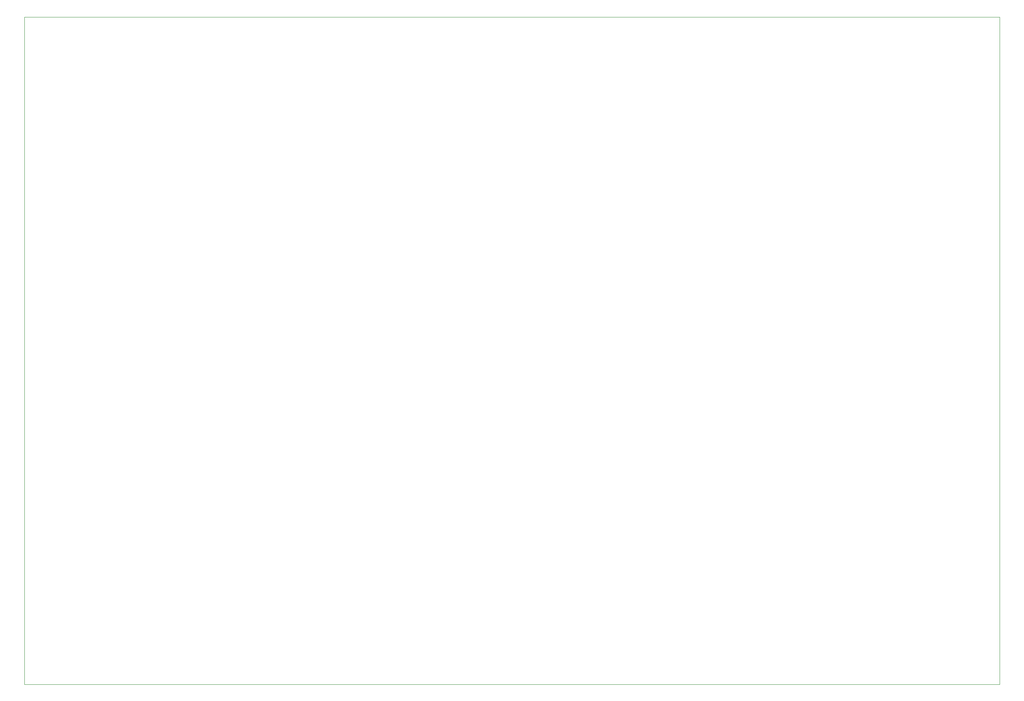
<source format=gbr>
G04 #@! TF.GenerationSoftware,KiCad,Pcbnew,5.1.5-1.fc30*
G04 #@! TF.CreationDate,2020-11-01T20:21:56-06:00*
G04 #@! TF.ProjectId,charger,63686172-6765-4722-9e6b-696361645f70,rev?*
G04 #@! TF.SameCoordinates,Original*
G04 #@! TF.FileFunction,Profile,NP*
%FSLAX46Y46*%
G04 Gerber Fmt 4.6, Leading zero omitted, Abs format (unit mm)*
G04 Created by KiCad (PCBNEW 5.1.5-1.fc30) date 2020-11-01 20:21:56*
%MOMM*%
%LPD*%
G04 APERTURE LIST*
%ADD10C,0.050000*%
G04 APERTURE END LIST*
D10*
X29210000Y-15240000D02*
X29210000Y-161290000D01*
X242570000Y-15240000D02*
X29210000Y-15240000D01*
X242570000Y-161290000D02*
X242570000Y-15240000D01*
X29210000Y-161290000D02*
X242570000Y-161290000D01*
M02*

</source>
